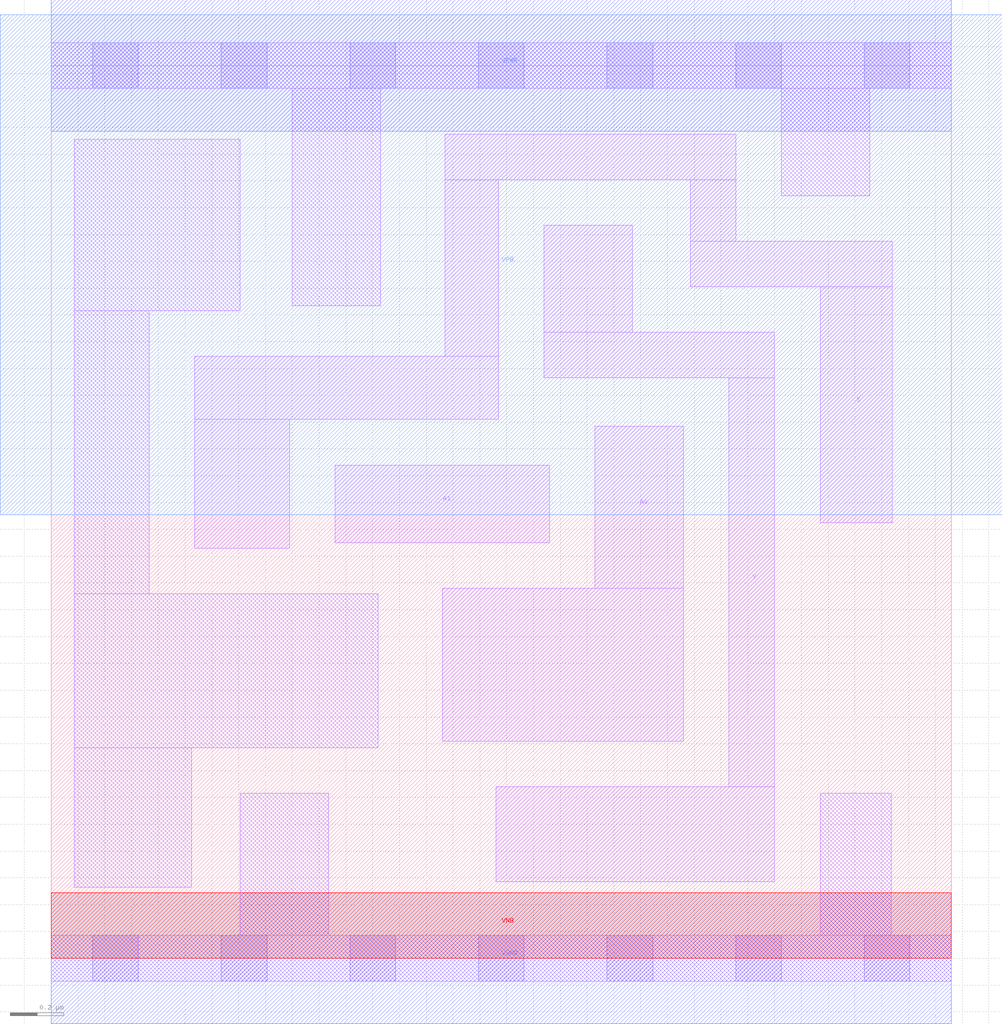
<source format=lef>
# Copyright 2020 The SkyWater PDK Authors
#
# Licensed under the Apache License, Version 2.0 (the "License");
# you may not use this file except in compliance with the License.
# You may obtain a copy of the License at
#
#     https://www.apache.org/licenses/LICENSE-2.0
#
# Unless required by applicable law or agreed to in writing, software
# distributed under the License is distributed on an "AS IS" BASIS,
# WITHOUT WARRANTIES OR CONDITIONS OF ANY KIND, either express or implied.
# See the License for the specific language governing permissions and
# limitations under the License.
#
# SPDX-License-Identifier: Apache-2.0

VERSION 5.7 ;
  NOWIREEXTENSIONATPIN ON ;
  DIVIDERCHAR "/" ;
  BUSBITCHARS "[]" ;
MACRO sky130_fd_sc_lp__mux2i_0
  CLASS CORE ;
  FOREIGN sky130_fd_sc_lp__mux2i_0 ;
  ORIGIN  0.000000  0.000000 ;
  SIZE  3.360000 BY  3.330000 ;
  SYMMETRY X Y R90 ;
  SITE unit ;
  PIN A0
    ANTENNAGATEAREA  0.159000 ;
    DIRECTION INPUT ;
    USE SIGNAL ;
    PORT
      LAYER li1 ;
        RECT 1.460000 0.810000 2.360000 1.380000 ;
        RECT 2.030000 1.380000 2.360000 1.985000 ;
    END
  END A0
  PIN A1
    ANTENNAGATEAREA  0.159000 ;
    DIRECTION INPUT ;
    USE SIGNAL ;
    PORT
      LAYER li1 ;
        RECT 1.060000 1.550000 1.860000 1.840000 ;
    END
  END A1
  PIN S
    ANTENNAGATEAREA  0.318000 ;
    DIRECTION INPUT ;
    USE SIGNAL ;
    PORT
      LAYER li1 ;
        RECT 0.535000 1.530000 0.890000 2.010000 ;
        RECT 0.535000 2.010000 1.670000 2.245000 ;
        RECT 1.470000 2.245000 1.670000 2.905000 ;
        RECT 1.470000 2.905000 2.555000 3.075000 ;
        RECT 2.385000 2.505000 3.140000 2.675000 ;
        RECT 2.385000 2.675000 2.555000 2.905000 ;
        RECT 2.870000 1.625000 3.140000 2.505000 ;
    END
  END S
  PIN Y
    ANTENNADIFFAREA  0.403600 ;
    DIRECTION OUTPUT ;
    USE SIGNAL ;
    PORT
      LAYER li1 ;
        RECT 1.660000 0.285000 2.700000 0.640000 ;
        RECT 1.840000 2.165000 2.700000 2.335000 ;
        RECT 1.840000 2.335000 2.170000 2.735000 ;
        RECT 2.530000 0.640000 2.700000 2.165000 ;
    END
  END Y
  PIN VGND
    DIRECTION INOUT ;
    USE GROUND ;
    PORT
      LAYER met1 ;
        RECT 0.000000 -0.245000 3.360000 0.245000 ;
    END
  END VGND
  PIN VNB
    DIRECTION INOUT ;
    USE GROUND ;
    PORT
      LAYER pwell ;
        RECT 0.000000 0.000000 3.360000 0.245000 ;
    END
  END VNB
  PIN VPB
    DIRECTION INOUT ;
    USE POWER ;
    PORT
      LAYER nwell ;
        RECT -0.190000 1.655000 3.550000 3.520000 ;
    END
  END VPB
  PIN VPWR
    DIRECTION INOUT ;
    USE POWER ;
    PORT
      LAYER met1 ;
        RECT 0.000000 3.085000 3.360000 3.575000 ;
    END
  END VPWR
  OBS
    LAYER li1 ;
      RECT 0.000000 -0.085000 3.360000 0.085000 ;
      RECT 0.000000  3.245000 3.360000 3.415000 ;
      RECT 0.085000  0.265000 0.525000 0.785000 ;
      RECT 0.085000  0.785000 1.220000 1.360000 ;
      RECT 0.085000  1.360000 0.365000 2.415000 ;
      RECT 0.085000  2.415000 0.705000 3.055000 ;
      RECT 0.705000  0.085000 1.035000 0.615000 ;
      RECT 0.900000  2.435000 1.230000 3.245000 ;
      RECT 2.725000  2.845000 3.055000 3.245000 ;
      RECT 2.870000  0.085000 3.135000 0.615000 ;
    LAYER mcon ;
      RECT 0.155000 -0.085000 0.325000 0.085000 ;
      RECT 0.155000  3.245000 0.325000 3.415000 ;
      RECT 0.635000 -0.085000 0.805000 0.085000 ;
      RECT 0.635000  3.245000 0.805000 3.415000 ;
      RECT 1.115000 -0.085000 1.285000 0.085000 ;
      RECT 1.115000  3.245000 1.285000 3.415000 ;
      RECT 1.595000 -0.085000 1.765000 0.085000 ;
      RECT 1.595000  3.245000 1.765000 3.415000 ;
      RECT 2.075000 -0.085000 2.245000 0.085000 ;
      RECT 2.075000  3.245000 2.245000 3.415000 ;
      RECT 2.555000 -0.085000 2.725000 0.085000 ;
      RECT 2.555000  3.245000 2.725000 3.415000 ;
      RECT 3.035000 -0.085000 3.205000 0.085000 ;
      RECT 3.035000  3.245000 3.205000 3.415000 ;
  END
END sky130_fd_sc_lp__mux2i_0
END LIBRARY

</source>
